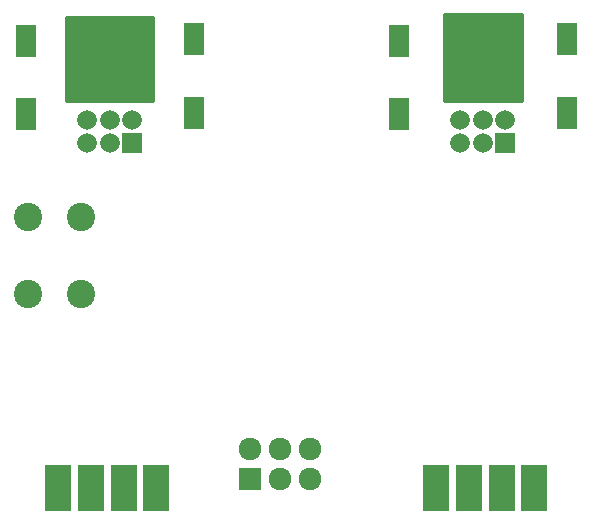
<source format=gbs>
G04 #@! TF.FileFunction,Soldermask,Bot*
%FSLAX46Y46*%
G04 Gerber Fmt 4.6, Leading zero omitted, Abs format (unit mm)*
G04 Created by KiCad (PCBNEW 4.0.7) date 06/25/18 19:06:47*
%MOMM*%
%LPD*%
G01*
G04 APERTURE LIST*
%ADD10C,0.100000*%
%ADD11R,2.246667X3.880000*%
%ADD12R,1.924000X1.924000*%
%ADD13C,1.924000*%
%ADD14C,2.400000*%
%ADD15R,1.670000X1.670000*%
%ADD16C,1.670000*%
%ADD17R,1.920000X6.450000*%
%ADD18R,1.670000X2.740000*%
%ADD19C,0.254000*%
G04 APERTURE END LIST*
D10*
D11*
X89555000Y-111600000D03*
X86785000Y-111600000D03*
X84015000Y-111600000D03*
X81245000Y-111600000D03*
X121555000Y-111600000D03*
X118785000Y-111600000D03*
X116015000Y-111600000D03*
X113245000Y-111600000D03*
D12*
X97460000Y-110870000D03*
D13*
X97460000Y-108330000D03*
X100000000Y-110870000D03*
X100000000Y-108330000D03*
X102540000Y-110870000D03*
X102540000Y-108330000D03*
D14*
X83200000Y-95200000D03*
X78700000Y-95200000D03*
X83200000Y-88700000D03*
X78700000Y-88700000D03*
D15*
X87503000Y-82388000D03*
D16*
X87503000Y-80483000D03*
X85598000Y-82388000D03*
X85598000Y-80483000D03*
X83693000Y-82388000D03*
X83693000Y-80483000D03*
D17*
X87503000Y-75530000D03*
X83693000Y-75530000D03*
D18*
X78486000Y-79975000D03*
X78486000Y-73752000D03*
X92710000Y-79848000D03*
X92710000Y-73625000D03*
D15*
X119105000Y-82388000D03*
D16*
X119105000Y-80483000D03*
X117200000Y-82388000D03*
X117200000Y-80483000D03*
X115295000Y-82388000D03*
X115295000Y-80483000D03*
D17*
X119105000Y-75530000D03*
X115295000Y-75530000D03*
D18*
X110088000Y-79975000D03*
X110088000Y-73752000D03*
X124312000Y-79848000D03*
X124312000Y-73625000D03*
D19*
G36*
X89281000Y-78867000D02*
X81915000Y-78867000D01*
X81915000Y-71755000D01*
X89281000Y-71755000D01*
X89281000Y-78867000D01*
X89281000Y-78867000D01*
G37*
X89281000Y-78867000D02*
X81915000Y-78867000D01*
X81915000Y-71755000D01*
X89281000Y-71755000D01*
X89281000Y-78867000D01*
G36*
X120523000Y-78867000D02*
X113919000Y-78867000D01*
X113919000Y-71501000D01*
X120523000Y-71501000D01*
X120523000Y-78867000D01*
X120523000Y-78867000D01*
G37*
X120523000Y-78867000D02*
X113919000Y-78867000D01*
X113919000Y-71501000D01*
X120523000Y-71501000D01*
X120523000Y-78867000D01*
M02*

</source>
